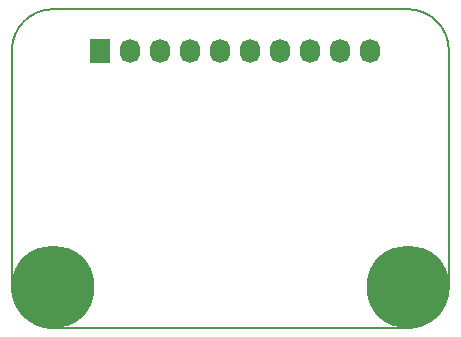
<source format=gbl>
G04 #@! TF.FileFunction,Copper,L2,Bot,Signal*
%FSLAX46Y46*%
G04 Gerber Fmt 4.6, Leading zero omitted, Abs format (unit mm)*
G04 Created by KiCad (PCBNEW 4.0.2-stable) date 19/05/2016 22:01:24*
%MOMM*%
G01*
G04 APERTURE LIST*
%ADD10C,0.100000*%
%ADD11C,0.150000*%
%ADD12R,1.727200X2.032000*%
%ADD13O,1.727200X2.032000*%
%ADD14C,7.000000*%
G04 APERTURE END LIST*
D10*
D11*
X10000000Y1500000D02*
X40000000Y1500000D01*
X10000000Y28500000D02*
X40000000Y28500000D01*
X6500000Y5000000D02*
G75*
G03X10000000Y1500000I3500000J0D01*
G01*
X6500000Y5000000D02*
X6500000Y25000000D01*
X43500000Y25000000D02*
X43500000Y5000000D01*
X43500000Y25000000D02*
G75*
G03X40000000Y28500000I-3500000J0D01*
G01*
X40000000Y1500000D02*
G75*
G03X43500000Y5000000I0J3500000D01*
G01*
X10000000Y28500000D02*
G75*
G03X6500000Y25000000I0J-3500000D01*
G01*
D12*
X14000000Y25000000D03*
D13*
X16540000Y25000000D03*
X19080000Y25000000D03*
X21620000Y25000000D03*
X24160000Y25000000D03*
X26700000Y25000000D03*
X29240000Y25000000D03*
X31780000Y25000000D03*
X34320000Y25000000D03*
X36860000Y25000000D03*
D14*
X10000000Y5000000D03*
X40000000Y5000000D03*
M02*

</source>
